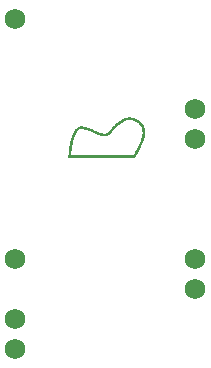
<source format=gbr>
%TF.GenerationSoftware,KiCad,Pcbnew,(6.0.7-1)-1*%
%TF.CreationDate,2022-12-25T16:23:57+07:00*%
%TF.ProjectId,pcb,7063622e-6b69-4636-9164-5f7063625858,rev?*%
%TF.SameCoordinates,Original*%
%TF.FileFunction,Legend,Bot*%
%TF.FilePolarity,Positive*%
%FSLAX46Y46*%
G04 Gerber Fmt 4.6, Leading zero omitted, Abs format (unit mm)*
G04 Created by KiCad (PCBNEW (6.0.7-1)-1) date 2022-12-25 16:23:57*
%MOMM*%
%LPD*%
G01*
G04 APERTURE LIST*
%ADD10C,1.752600*%
G04 APERTURE END LIST*
%TO.C,G*%
G36*
X132271922Y-70217422D02*
G01*
X132265736Y-70278699D01*
X132257077Y-70341060D01*
X132245939Y-70404572D01*
X132232313Y-70469300D01*
X132216194Y-70535312D01*
X132197573Y-70602672D01*
X132176444Y-70671447D01*
X132152800Y-70741704D01*
X132126633Y-70813507D01*
X132124479Y-70819193D01*
X132113031Y-70848927D01*
X132100986Y-70879408D01*
X132088301Y-70910729D01*
X132074931Y-70942985D01*
X132060834Y-70976269D01*
X132045966Y-71010674D01*
X132030282Y-71046293D01*
X132013740Y-71083220D01*
X131996295Y-71121548D01*
X131977904Y-71161371D01*
X131958523Y-71202782D01*
X131938109Y-71245874D01*
X131916619Y-71290741D01*
X131894007Y-71337476D01*
X131870231Y-71386172D01*
X131845247Y-71436924D01*
X131819012Y-71489824D01*
X131791481Y-71544965D01*
X131762611Y-71602442D01*
X131732359Y-71662348D01*
X131700680Y-71724775D01*
X131694116Y-71737670D01*
X131682593Y-71760259D01*
X131670475Y-71783956D01*
X131657848Y-71808597D01*
X131644799Y-71834017D01*
X131631411Y-71860053D01*
X131617770Y-71886539D01*
X131603962Y-71913313D01*
X131590072Y-71940208D01*
X131576184Y-71967062D01*
X131562386Y-71993710D01*
X131548761Y-72019988D01*
X131535395Y-72045731D01*
X131522373Y-72070775D01*
X131509782Y-72094956D01*
X131497705Y-72118110D01*
X131486228Y-72140072D01*
X131475437Y-72160679D01*
X131465417Y-72179765D01*
X131456254Y-72197166D01*
X131448031Y-72212720D01*
X131440836Y-72226260D01*
X131434753Y-72237623D01*
X131429867Y-72246644D01*
X131426264Y-72253160D01*
X131421829Y-72261035D01*
X131390814Y-72261037D01*
X131386843Y-72261037D01*
X131376375Y-72261034D01*
X131363140Y-72261028D01*
X131347194Y-72261018D01*
X131328593Y-72261005D01*
X131307394Y-72260989D01*
X131283654Y-72260970D01*
X131257428Y-72260947D01*
X131228774Y-72260922D01*
X131197749Y-72260893D01*
X131164408Y-72260862D01*
X131128808Y-72260828D01*
X131091006Y-72260791D01*
X131051059Y-72260751D01*
X131009022Y-72260709D01*
X130964953Y-72260664D01*
X130918907Y-72260617D01*
X130870942Y-72260567D01*
X130821115Y-72260515D01*
X130769481Y-72260461D01*
X130716097Y-72260404D01*
X130661019Y-72260345D01*
X130604305Y-72260285D01*
X130546011Y-72260222D01*
X130486193Y-72260157D01*
X130424908Y-72260090D01*
X130362213Y-72260021D01*
X130298163Y-72259951D01*
X130232816Y-72259879D01*
X130166228Y-72259805D01*
X130098456Y-72259730D01*
X130029555Y-72259653D01*
X129959584Y-72259575D01*
X129888598Y-72259495D01*
X129816653Y-72259414D01*
X129743807Y-72259332D01*
X129670116Y-72259248D01*
X129595636Y-72259164D01*
X129520424Y-72259078D01*
X129444537Y-72258992D01*
X129368031Y-72258905D01*
X129290963Y-72258816D01*
X129213388Y-72258727D01*
X129135365Y-72258638D01*
X129056948Y-72258547D01*
X128978196Y-72258456D01*
X128899164Y-72258365D01*
X128819908Y-72258273D01*
X128740487Y-72258181D01*
X128660955Y-72258088D01*
X128581370Y-72257995D01*
X128501788Y-72257902D01*
X128422265Y-72257809D01*
X128342859Y-72257716D01*
X128263625Y-72257623D01*
X128184621Y-72257530D01*
X128105902Y-72257437D01*
X128027526Y-72257344D01*
X127949549Y-72257251D01*
X127872027Y-72257159D01*
X127795018Y-72257068D01*
X127718577Y-72256976D01*
X127642761Y-72256886D01*
X127567626Y-72256796D01*
X127493230Y-72256706D01*
X127419629Y-72256618D01*
X127346879Y-72256530D01*
X127275036Y-72256443D01*
X127204158Y-72256357D01*
X127134301Y-72256272D01*
X127065522Y-72256188D01*
X126997876Y-72256106D01*
X126931422Y-72256024D01*
X126866214Y-72255944D01*
X126802310Y-72255865D01*
X126739766Y-72255787D01*
X126678639Y-72255711D01*
X126618985Y-72255637D01*
X126560861Y-72255564D01*
X126504323Y-72255493D01*
X126449428Y-72255423D01*
X126396233Y-72255356D01*
X126344794Y-72255290D01*
X126295168Y-72255226D01*
X126247410Y-72255164D01*
X126201578Y-72255104D01*
X126157729Y-72255047D01*
X126115918Y-72254991D01*
X126076203Y-72254938D01*
X126038639Y-72254887D01*
X126003284Y-72254839D01*
X125970194Y-72254793D01*
X125939425Y-72254749D01*
X125911034Y-72254708D01*
X125885078Y-72254670D01*
X125861613Y-72254635D01*
X125840696Y-72254602D01*
X125822383Y-72254572D01*
X125806731Y-72254545D01*
X125793796Y-72254522D01*
X125783635Y-72254501D01*
X125776304Y-72254483D01*
X125771860Y-72254469D01*
X125770360Y-72254457D01*
X125770358Y-72254454D01*
X125770330Y-72252844D01*
X125770422Y-72248549D01*
X125770621Y-72241873D01*
X125770916Y-72233123D01*
X125771294Y-72222603D01*
X125771743Y-72210618D01*
X125772250Y-72197473D01*
X125772804Y-72183472D01*
X125773392Y-72168922D01*
X125774003Y-72154126D01*
X125774623Y-72139390D01*
X125775241Y-72125019D01*
X125775844Y-72111318D01*
X125776421Y-72098591D01*
X125776959Y-72087144D01*
X125777446Y-72077282D01*
X125778620Y-72054889D01*
X125780196Y-72028252D01*
X126005736Y-72028252D01*
X126005899Y-72029487D01*
X126006282Y-72029500D01*
X126009274Y-72029527D01*
X126015194Y-72029556D01*
X126023993Y-72029589D01*
X126035625Y-72029625D01*
X126050039Y-72029664D01*
X126067190Y-72029705D01*
X126087027Y-72029749D01*
X126109504Y-72029796D01*
X126134572Y-72029846D01*
X126162183Y-72029897D01*
X126192289Y-72029952D01*
X126224841Y-72030008D01*
X126259792Y-72030067D01*
X126297093Y-72030129D01*
X126336697Y-72030192D01*
X126378554Y-72030258D01*
X126422618Y-72030325D01*
X126468840Y-72030395D01*
X126517171Y-72030466D01*
X126567564Y-72030540D01*
X126619971Y-72030615D01*
X126674343Y-72030692D01*
X126730632Y-72030770D01*
X126788791Y-72030850D01*
X126848770Y-72030932D01*
X126910522Y-72031015D01*
X126973999Y-72031099D01*
X127039153Y-72031185D01*
X127105935Y-72031272D01*
X127174298Y-72031360D01*
X127244192Y-72031450D01*
X127315571Y-72031540D01*
X127388386Y-72031632D01*
X127462588Y-72031724D01*
X127538131Y-72031817D01*
X127614965Y-72031911D01*
X127693042Y-72032006D01*
X127772315Y-72032101D01*
X127852735Y-72032197D01*
X127934254Y-72032293D01*
X128016824Y-72032390D01*
X128100397Y-72032488D01*
X128184924Y-72032585D01*
X128270358Y-72032683D01*
X128356650Y-72032781D01*
X128443753Y-72032880D01*
X128531618Y-72032978D01*
X128620197Y-72033076D01*
X128659744Y-72033120D01*
X128748134Y-72033218D01*
X128835817Y-72033315D01*
X128922742Y-72033411D01*
X129008862Y-72033506D01*
X129094127Y-72033600D01*
X129178488Y-72033694D01*
X129261898Y-72033786D01*
X129344307Y-72033877D01*
X129425666Y-72033967D01*
X129505927Y-72034056D01*
X129585041Y-72034143D01*
X129662958Y-72034230D01*
X129739632Y-72034314D01*
X129815011Y-72034398D01*
X129889049Y-72034480D01*
X129961696Y-72034560D01*
X130032902Y-72034639D01*
X130102621Y-72034716D01*
X130170802Y-72034791D01*
X130237398Y-72034865D01*
X130302358Y-72034937D01*
X130365635Y-72035007D01*
X130427180Y-72035075D01*
X130486944Y-72035141D01*
X130544878Y-72035205D01*
X130600933Y-72035267D01*
X130655061Y-72035327D01*
X130707213Y-72035385D01*
X130757340Y-72035441D01*
X130805394Y-72035494D01*
X130851325Y-72035545D01*
X130895086Y-72035593D01*
X130936626Y-72035639D01*
X130975897Y-72035683D01*
X131012852Y-72035724D01*
X131047440Y-72035762D01*
X131079613Y-72035798D01*
X131109322Y-72035831D01*
X131136519Y-72035861D01*
X131161155Y-72035888D01*
X131183181Y-72035913D01*
X131202548Y-72035934D01*
X131219208Y-72035953D01*
X131233111Y-72035968D01*
X131244210Y-72035980D01*
X131252454Y-72035990D01*
X131257796Y-72035996D01*
X131260187Y-72035998D01*
X131286579Y-72036031D01*
X131327182Y-71958404D01*
X131340550Y-71932810D01*
X131362765Y-71890120D01*
X131385323Y-71846582D01*
X131408141Y-71802363D01*
X131431136Y-71757630D01*
X131454224Y-71712548D01*
X131477322Y-71667286D01*
X131500346Y-71622008D01*
X131523213Y-71576882D01*
X131545840Y-71532073D01*
X131568143Y-71487749D01*
X131590039Y-71444077D01*
X131611444Y-71401221D01*
X131632275Y-71359350D01*
X131652449Y-71318629D01*
X131671881Y-71279226D01*
X131690489Y-71241305D01*
X131708190Y-71205035D01*
X131724899Y-71170581D01*
X131740534Y-71138111D01*
X131755011Y-71107789D01*
X131768246Y-71079784D01*
X131780156Y-71054262D01*
X131798685Y-71013887D01*
X131827892Y-70948566D01*
X131855162Y-70885347D01*
X131880524Y-70824139D01*
X131904008Y-70764847D01*
X131925642Y-70707381D01*
X131945457Y-70651647D01*
X131963481Y-70597553D01*
X131979744Y-70545007D01*
X131994275Y-70493915D01*
X132007103Y-70444186D01*
X132018258Y-70395728D01*
X132027769Y-70348447D01*
X132035665Y-70302251D01*
X132041976Y-70257048D01*
X132046730Y-70212745D01*
X132050646Y-70155627D01*
X132051960Y-70098263D01*
X132050593Y-70041792D01*
X132046565Y-69986280D01*
X132039893Y-69931793D01*
X132030597Y-69878397D01*
X132018694Y-69826158D01*
X132004205Y-69775142D01*
X131987148Y-69725414D01*
X131967540Y-69677040D01*
X131945402Y-69630087D01*
X131920752Y-69584619D01*
X131893609Y-69540704D01*
X131863990Y-69498406D01*
X131831916Y-69457791D01*
X131814769Y-69437939D01*
X131791752Y-69412840D01*
X131767004Y-69387350D01*
X131741056Y-69361987D01*
X131714437Y-69337264D01*
X131687677Y-69313696D01*
X131661304Y-69291800D01*
X131639508Y-69274766D01*
X131594476Y-69242414D01*
X131547770Y-69212526D01*
X131499439Y-69185124D01*
X131449536Y-69160227D01*
X131398113Y-69137855D01*
X131345222Y-69118029D01*
X131290913Y-69100768D01*
X131235239Y-69086093D01*
X131178252Y-69074024D01*
X131120002Y-69064580D01*
X131060542Y-69057783D01*
X131028884Y-69055347D01*
X130987783Y-69053420D01*
X130946079Y-69052772D01*
X130904256Y-69053380D01*
X130862797Y-69055221D01*
X130822187Y-69058273D01*
X130782909Y-69062512D01*
X130745447Y-69067915D01*
X130710285Y-69074459D01*
X130693228Y-69078457D01*
X130670498Y-69084827D01*
X130645815Y-69092755D01*
X130619441Y-69102130D01*
X130591638Y-69112845D01*
X130562669Y-69124791D01*
X130532797Y-69137858D01*
X130502285Y-69151938D01*
X130471394Y-69166921D01*
X130440388Y-69182700D01*
X130409529Y-69199164D01*
X130371279Y-69220573D01*
X130305583Y-69259719D01*
X130240270Y-69301619D01*
X130175537Y-69346118D01*
X130111579Y-69393060D01*
X130048592Y-69442289D01*
X129986774Y-69493651D01*
X129926319Y-69546990D01*
X129867424Y-69602151D01*
X129810285Y-69658979D01*
X129755099Y-69717318D01*
X129750666Y-69722162D01*
X129740602Y-69733240D01*
X129730403Y-69744585D01*
X129719922Y-69756369D01*
X129709012Y-69768763D01*
X129697526Y-69781937D01*
X129685316Y-69796063D01*
X129672236Y-69811313D01*
X129658139Y-69827858D01*
X129642877Y-69845868D01*
X129626304Y-69865515D01*
X129608272Y-69886970D01*
X129588634Y-69910404D01*
X129567244Y-69935990D01*
X129549573Y-69957135D01*
X129531803Y-69978367D01*
X129515644Y-69997632D01*
X129500936Y-70015111D01*
X129487524Y-70030985D01*
X129475247Y-70045436D01*
X129463950Y-70058644D01*
X129453473Y-70070791D01*
X129443660Y-70082057D01*
X129434352Y-70092624D01*
X129425392Y-70102672D01*
X129416621Y-70112384D01*
X129407882Y-70121939D01*
X129399018Y-70131520D01*
X129389870Y-70141306D01*
X129380280Y-70151479D01*
X129370091Y-70162221D01*
X129336162Y-70196524D01*
X129297949Y-70231921D01*
X129259272Y-70264369D01*
X129220113Y-70293879D01*
X129180454Y-70320464D01*
X129140278Y-70344133D01*
X129099567Y-70364897D01*
X129058305Y-70382768D01*
X129016473Y-70397755D01*
X128974055Y-70409871D01*
X128959293Y-70413434D01*
X128945311Y-70416468D01*
X128932142Y-70418887D01*
X128919148Y-70420769D01*
X128905697Y-70422193D01*
X128891153Y-70423238D01*
X128874882Y-70423983D01*
X128856249Y-70424507D01*
X128853698Y-70424560D01*
X128833870Y-70424784D01*
X128815383Y-70424594D01*
X128797384Y-70423951D01*
X128779015Y-70422814D01*
X128759421Y-70421142D01*
X128737746Y-70418895D01*
X128728812Y-70417868D01*
X128684223Y-70411690D01*
X128637627Y-70403560D01*
X128589203Y-70393528D01*
X128539132Y-70381643D01*
X128487596Y-70367957D01*
X128434773Y-70352518D01*
X128380846Y-70335376D01*
X128325993Y-70316582D01*
X128270397Y-70296184D01*
X128214236Y-70274234D01*
X128207475Y-70271504D01*
X128182829Y-70261414D01*
X128158935Y-70251399D01*
X128135369Y-70241267D01*
X128111709Y-70230829D01*
X128087534Y-70219893D01*
X128062421Y-70208269D01*
X128035947Y-70195767D01*
X128007692Y-70182197D01*
X127977231Y-70167369D01*
X127947110Y-70152627D01*
X127918182Y-70138485D01*
X127891592Y-70125505D01*
X127867161Y-70113605D01*
X127844710Y-70102698D01*
X127824059Y-70092702D01*
X127805029Y-70083532D01*
X127787440Y-70075102D01*
X127771113Y-70067330D01*
X127755869Y-70060131D01*
X127741527Y-70053419D01*
X127727910Y-70047112D01*
X127714836Y-70041124D01*
X127702128Y-70035372D01*
X127689605Y-70029770D01*
X127677088Y-70024236D01*
X127664397Y-70018683D01*
X127651354Y-70013028D01*
X127637779Y-70007187D01*
X127623492Y-70001075D01*
X127556558Y-69973357D01*
X127480555Y-69944009D01*
X127405605Y-69917377D01*
X127331638Y-69893442D01*
X127258585Y-69872181D01*
X127186376Y-69853574D01*
X127114942Y-69837599D01*
X127044213Y-69824235D01*
X127037591Y-69823109D01*
X127010784Y-69818755D01*
X126986354Y-69815165D01*
X126963886Y-69812297D01*
X126942965Y-69810113D01*
X126923177Y-69808573D01*
X126904107Y-69807639D01*
X126885339Y-69807272D01*
X126866460Y-69807431D01*
X126854956Y-69807732D01*
X126840778Y-69808324D01*
X126828508Y-69809178D01*
X126817505Y-69810367D01*
X126807133Y-69811963D01*
X126796751Y-69814040D01*
X126785721Y-69816671D01*
X126763165Y-69823277D01*
X126733864Y-69834554D01*
X126704882Y-69848777D01*
X126676236Y-69865926D01*
X126647938Y-69885979D01*
X126620004Y-69908913D01*
X126592448Y-69934706D01*
X126565284Y-69963338D01*
X126538527Y-69994785D01*
X126512191Y-70029027D01*
X126486291Y-70066042D01*
X126460841Y-70105806D01*
X126435855Y-70148300D01*
X126411349Y-70193501D01*
X126387336Y-70241386D01*
X126363831Y-70291935D01*
X126340849Y-70345126D01*
X126318403Y-70400936D01*
X126296508Y-70459343D01*
X126275179Y-70520327D01*
X126254431Y-70583865D01*
X126234277Y-70649935D01*
X126216293Y-70712977D01*
X126198491Y-70779531D01*
X126181151Y-70848543D01*
X126164318Y-70919752D01*
X126148037Y-70992896D01*
X126132354Y-71067714D01*
X126117315Y-71143946D01*
X126102964Y-71221330D01*
X126089348Y-71299604D01*
X126076511Y-71378508D01*
X126064499Y-71457781D01*
X126053357Y-71537161D01*
X126043131Y-71616387D01*
X126033867Y-71695198D01*
X126025609Y-71773333D01*
X126018403Y-71850530D01*
X126012294Y-71926529D01*
X126011644Y-71935390D01*
X126010138Y-71956121D01*
X126008866Y-71974019D01*
X126007820Y-71989197D01*
X126006993Y-72001769D01*
X126006378Y-72011847D01*
X126005968Y-72019545D01*
X126005757Y-72024975D01*
X126005736Y-72028252D01*
X125780196Y-72028252D01*
X125783230Y-71976960D01*
X125788609Y-71900255D01*
X125794808Y-71824334D01*
X125801874Y-71748756D01*
X125809855Y-71673079D01*
X125818801Y-71596862D01*
X125828760Y-71519664D01*
X125839779Y-71441042D01*
X125851908Y-71360557D01*
X125865195Y-71277766D01*
X125874432Y-71223007D01*
X125891454Y-71127899D01*
X125909261Y-71035564D01*
X125927850Y-70946011D01*
X125947219Y-70859246D01*
X125967364Y-70775277D01*
X125988284Y-70694114D01*
X126009976Y-70615763D01*
X126032437Y-70540232D01*
X126055665Y-70467529D01*
X126079656Y-70397663D01*
X126104410Y-70330641D01*
X126129922Y-70266470D01*
X126156191Y-70205159D01*
X126183214Y-70146716D01*
X126210988Y-70091149D01*
X126239511Y-70038465D01*
X126268780Y-69988672D01*
X126298792Y-69941778D01*
X126309948Y-69925360D01*
X126341015Y-69882342D01*
X126372838Y-69842170D01*
X126405409Y-69804851D01*
X126438716Y-69770394D01*
X126472751Y-69738806D01*
X126507505Y-69710096D01*
X126542967Y-69684272D01*
X126579127Y-69661342D01*
X126615977Y-69641315D01*
X126653507Y-69624197D01*
X126691706Y-69609998D01*
X126696371Y-69608473D01*
X126716584Y-69602319D01*
X126736302Y-69597133D01*
X126756397Y-69592721D01*
X126777742Y-69588885D01*
X126801208Y-69585430D01*
X126805552Y-69584928D01*
X126815700Y-69584123D01*
X126828094Y-69583490D01*
X126842247Y-69583027D01*
X126857669Y-69582736D01*
X126873874Y-69582617D01*
X126890373Y-69582668D01*
X126906679Y-69582889D01*
X126922304Y-69583282D01*
X126936759Y-69583845D01*
X126949558Y-69584578D01*
X126960211Y-69585481D01*
X127013271Y-69591882D01*
X127070981Y-69600592D01*
X127130210Y-69611242D01*
X127190633Y-69623756D01*
X127251926Y-69638059D01*
X127313763Y-69654075D01*
X127375819Y-69671727D01*
X127437769Y-69690939D01*
X127499287Y-69711635D01*
X127527145Y-69721504D01*
X127558570Y-69732945D01*
X127589740Y-69744643D01*
X127620872Y-69756691D01*
X127652188Y-69769187D01*
X127683906Y-69782225D01*
X127716246Y-69795902D01*
X127749429Y-69810312D01*
X127783673Y-69825551D01*
X127819198Y-69841714D01*
X127856224Y-69858898D01*
X127894971Y-69877198D01*
X127935658Y-69896709D01*
X127978506Y-69917527D01*
X128023732Y-69939748D01*
X128035542Y-69945574D01*
X128058579Y-69956909D01*
X128079371Y-69967090D01*
X128098212Y-69976258D01*
X128115392Y-69984552D01*
X128131206Y-69992110D01*
X128145944Y-69999072D01*
X128159899Y-70005578D01*
X128173362Y-70011766D01*
X128186627Y-70017776D01*
X128199986Y-70023747D01*
X128214416Y-70030115D01*
X128275496Y-70056117D01*
X128335464Y-70080096D01*
X128394227Y-70102024D01*
X128451693Y-70121872D01*
X128507766Y-70139612D01*
X128562355Y-70155216D01*
X128615366Y-70168654D01*
X128666705Y-70179899D01*
X128716280Y-70188922D01*
X128763997Y-70195695D01*
X128765365Y-70195859D01*
X128774381Y-70196863D01*
X128782887Y-70197643D01*
X128791469Y-70198226D01*
X128800712Y-70198639D01*
X128811199Y-70198909D01*
X128823517Y-70199063D01*
X128838248Y-70199129D01*
X128847832Y-70199136D01*
X128861122Y-70199067D01*
X128872247Y-70198846D01*
X128881719Y-70198414D01*
X128890054Y-70197709D01*
X128897765Y-70196671D01*
X128905367Y-70195239D01*
X128913373Y-70193351D01*
X128922298Y-70190948D01*
X128932655Y-70187968D01*
X128945056Y-70184182D01*
X128971290Y-70175046D01*
X128996898Y-70164504D01*
X129022050Y-70152434D01*
X129046914Y-70138716D01*
X129071656Y-70123227D01*
X129096446Y-70105848D01*
X129121451Y-70086457D01*
X129146839Y-70064932D01*
X129172779Y-70041153D01*
X129199439Y-70014998D01*
X129226985Y-69986346D01*
X129255588Y-69955077D01*
X129258326Y-69952008D01*
X129270298Y-69938440D01*
X129283834Y-69922873D01*
X129298982Y-69905247D01*
X129315794Y-69885504D01*
X129334319Y-69863585D01*
X129354607Y-69839433D01*
X129376708Y-69812987D01*
X129389489Y-69797669D01*
X129412572Y-69770057D01*
X129433949Y-69744563D01*
X129453739Y-69721046D01*
X129472063Y-69699365D01*
X129489039Y-69679380D01*
X129504789Y-69660952D01*
X129519432Y-69643939D01*
X129533087Y-69628200D01*
X129545875Y-69613597D01*
X129557914Y-69599988D01*
X129569326Y-69587233D01*
X129629330Y-69522560D01*
X129693689Y-69457340D01*
X129759989Y-69394230D01*
X129828104Y-69333338D01*
X129897914Y-69274769D01*
X129969294Y-69218630D01*
X130042121Y-69165027D01*
X130116274Y-69114066D01*
X130141015Y-69097850D01*
X130186067Y-69069326D01*
X130231020Y-69042133D01*
X130275717Y-69016347D01*
X130319998Y-68992042D01*
X130363704Y-68969294D01*
X130406676Y-68948177D01*
X130448753Y-68928765D01*
X130489778Y-68911135D01*
X130529592Y-68895359D01*
X130568034Y-68881514D01*
X130604946Y-68869674D01*
X130640168Y-68859913D01*
X130673542Y-68852307D01*
X130674240Y-68852167D01*
X130719708Y-68844113D01*
X130767280Y-68837666D01*
X130816528Y-68832832D01*
X130867025Y-68829618D01*
X130918343Y-68828031D01*
X130970055Y-68828076D01*
X131021733Y-68829761D01*
X131072951Y-68833092D01*
X131123280Y-68838075D01*
X131172294Y-68844717D01*
X131180805Y-68846060D01*
X131244677Y-68857717D01*
X131306972Y-68871919D01*
X131367725Y-68888682D01*
X131426973Y-68908024D01*
X131484751Y-68929960D01*
X131541094Y-68954507D01*
X131596040Y-68981682D01*
X131649624Y-69011502D01*
X131701882Y-69043982D01*
X131752850Y-69079139D01*
X131802563Y-69116991D01*
X131851058Y-69157553D01*
X131888156Y-69191074D01*
X131931887Y-69233631D01*
X131972796Y-69277050D01*
X132010936Y-69321413D01*
X132046356Y-69366803D01*
X132079108Y-69413300D01*
X132109244Y-69460988D01*
X132136814Y-69509948D01*
X132161870Y-69560261D01*
X132184463Y-69612011D01*
X132204643Y-69665278D01*
X132222464Y-69720145D01*
X132237975Y-69776694D01*
X132246579Y-69813314D01*
X132257504Y-69868846D01*
X132266007Y-69925001D01*
X132272078Y-69981844D01*
X132275713Y-70039442D01*
X132276903Y-70097860D01*
X132276894Y-70098263D01*
X132275642Y-70157165D01*
X132271922Y-70217422D01*
G37*
%TD*%
D10*
%TO.C,U1*%
X136525000Y-83343750D03*
X136525000Y-80803750D03*
X136525000Y-70643750D03*
X136525000Y-68103750D03*
X121285000Y-60483750D03*
X121285000Y-80803750D03*
X121285000Y-85883750D03*
X121285000Y-88423750D03*
%TD*%
M02*

</source>
